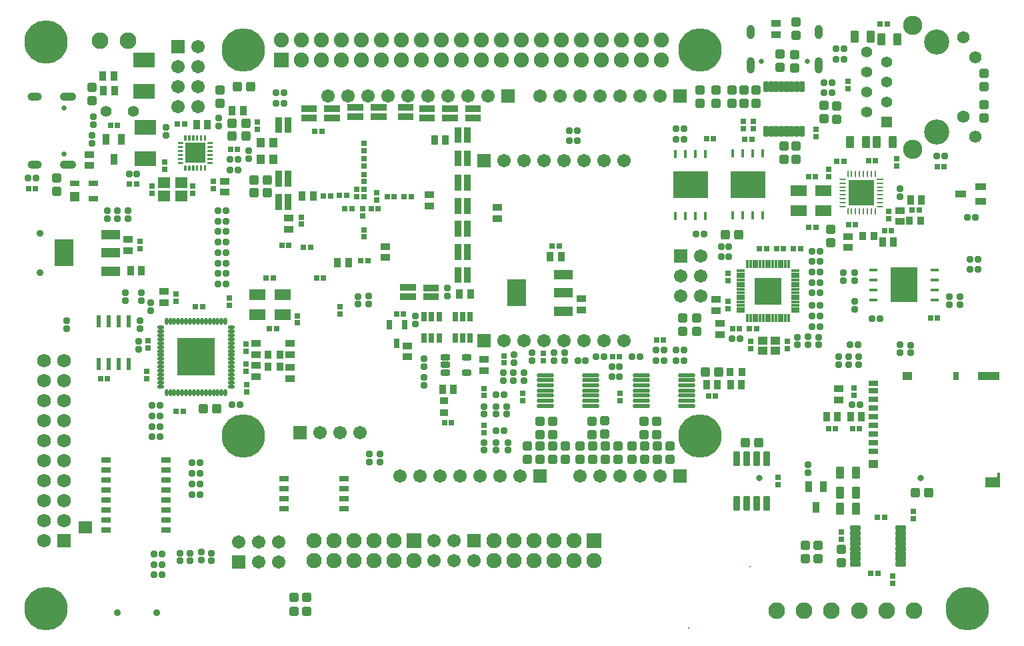
<source format=gbs>
G04*
G04 #@! TF.GenerationSoftware,Altium Limited,Altium Designer,23.11.1 (41)*
G04*
G04 Layer_Color=16711935*
%FSLAX44Y44*%
%MOMM*%
G71*
G04*
G04 #@! TF.SameCoordinates,077C3239-A6FD-4C8A-B69B-129F227AD62B*
G04*
G04*
G04 #@! TF.FilePolarity,Negative*
G04*
G01*
G75*
%ADD25R,0.8000X1.0000*%
%ADD51R,0.6000X1.5500*%
%ADD66R,0.7600X0.7600*%
%ADD67R,1.1532X0.9532*%
G04:AMPARAMS|DCode=74|XSize=0.8032mm|YSize=0.8032mm|CornerRadius=0.1616mm|HoleSize=0mm|Usage=FLASHONLY|Rotation=90.000|XOffset=0mm|YOffset=0mm|HoleType=Round|Shape=RoundedRectangle|*
%AMROUNDEDRECTD74*
21,1,0.8032,0.4800,0,0,90.0*
21,1,0.4800,0.8032,0,0,90.0*
1,1,0.3232,0.2400,0.2400*
1,1,0.3232,0.2400,-0.2400*
1,1,0.3232,-0.2400,-0.2400*
1,1,0.3232,-0.2400,0.2400*
%
%ADD74ROUNDEDRECTD74*%
%ADD75R,0.9532X1.1532*%
G04:AMPARAMS|DCode=82|XSize=0.8032mm|YSize=0.8032mm|CornerRadius=0.1616mm|HoleSize=0mm|Usage=FLASHONLY|Rotation=180.000|XOffset=0mm|YOffset=0mm|HoleType=Round|Shape=RoundedRectangle|*
%AMROUNDEDRECTD82*
21,1,0.8032,0.4800,0,0,180.0*
21,1,0.4800,0.8032,0,0,180.0*
1,1,0.3232,-0.2400,0.2400*
1,1,0.3232,0.2400,0.2400*
1,1,0.3232,0.2400,-0.2400*
1,1,0.3232,-0.2400,-0.2400*
%
%ADD82ROUNDEDRECTD82*%
%ADD83R,0.8382X1.4732*%
G04:AMPARAMS|DCode=85|XSize=1.2032mm|YSize=1.1032mm|CornerRadius=0.2141mm|HoleSize=0mm|Usage=FLASHONLY|Rotation=0.000|XOffset=0mm|YOffset=0mm|HoleType=Round|Shape=RoundedRectangle|*
%AMROUNDEDRECTD85*
21,1,1.2032,0.6750,0,0,0.0*
21,1,0.7750,1.1032,0,0,0.0*
1,1,0.4282,0.3875,-0.3375*
1,1,0.4282,-0.3875,-0.3375*
1,1,0.4282,-0.3875,0.3375*
1,1,0.4282,0.3875,0.3375*
%
%ADD85ROUNDEDRECTD85*%
%ADD87C,0.9000*%
%ADD88C,0.8032*%
%ADD89C,0.5588*%
%ADD90C,5.5032*%
%ADD91C,1.3900*%
%ADD92C,1.9032*%
%ADD93C,1.7032*%
%ADD94C,2.1032*%
%ADD95C,1.9304*%
%ADD96C,1.4032*%
%ADD97C,1.7532*%
%ADD98R,1.7032X1.7032*%
%ADD99C,1.5700*%
%ADD100R,1.7532X1.7532*%
%ADD101R,1.9032X1.9032*%
%ADD102R,1.8796X1.8796*%
%ADD103C,3.2000*%
%ADD104R,1.3900X1.3900*%
%ADD105C,2.4500*%
G04:AMPARAMS|DCode=106|XSize=1mm|YSize=1.8mm|CornerRadius=0.5mm|HoleSize=0mm|Usage=FLASHONLY|Rotation=180.000|XOffset=0mm|YOffset=0mm|HoleType=Round|Shape=RoundedRectangle|*
%AMROUNDEDRECTD106*
21,1,1.0000,0.8000,0,0,180.0*
21,1,0.0000,1.8000,0,0,180.0*
1,1,1.0000,0.0000,0.4000*
1,1,1.0000,0.0000,0.4000*
1,1,1.0000,0.0000,-0.4000*
1,1,1.0000,0.0000,-0.4000*
%
%ADD106ROUNDEDRECTD106*%
G04:AMPARAMS|DCode=107|XSize=1mm|YSize=2.1mm|CornerRadius=0.5mm|HoleSize=0mm|Usage=FLASHONLY|Rotation=180.000|XOffset=0mm|YOffset=0mm|HoleType=Round|Shape=RoundedRectangle|*
%AMROUNDEDRECTD107*
21,1,1.0000,1.1000,0,0,180.0*
21,1,0.0000,2.1000,0,0,180.0*
1,1,1.0000,0.0000,0.5500*
1,1,1.0000,0.0000,0.5500*
1,1,1.0000,0.0000,-0.5500*
1,1,1.0000,0.0000,-0.5500*
%
%ADD107ROUNDEDRECTD107*%
%ADD108C,0.6500*%
%ADD109R,1.7032X1.7032*%
%ADD110C,0.2032*%
G04:AMPARAMS|DCode=111|XSize=1mm|YSize=2.1mm|CornerRadius=0.5mm|HoleSize=0mm|Usage=FLASHONLY|Rotation=270.000|XOffset=0mm|YOffset=0mm|HoleType=Round|Shape=RoundedRectangle|*
%AMROUNDEDRECTD111*
21,1,1.0000,1.1000,0,0,270.0*
21,1,0.0000,2.1000,0,0,270.0*
1,1,1.0000,-0.5500,0.0000*
1,1,1.0000,-0.5500,0.0000*
1,1,1.0000,0.5500,0.0000*
1,1,1.0000,0.5500,0.0000*
%
%ADD111ROUNDEDRECTD111*%
G04:AMPARAMS|DCode=112|XSize=1mm|YSize=1.8mm|CornerRadius=0.5mm|HoleSize=0mm|Usage=FLASHONLY|Rotation=270.000|XOffset=0mm|YOffset=0mm|HoleType=Round|Shape=RoundedRectangle|*
%AMROUNDEDRECTD112*
21,1,1.0000,0.8000,0,0,270.0*
21,1,0.0000,1.8000,0,0,270.0*
1,1,1.0000,-0.4000,0.0000*
1,1,1.0000,-0.4000,0.0000*
1,1,1.0000,0.4000,0.0000*
1,1,1.0000,0.4000,0.0000*
%
%ADD112ROUNDEDRECTD112*%
%ADD141R,1.2700X0.7600*%
G04:AMPARAMS|DCode=147|XSize=0.8078mm|YSize=0.2393mm|CornerRadius=0.1196mm|HoleSize=0mm|Usage=FLASHONLY|Rotation=180.000|XOffset=0mm|YOffset=0mm|HoleType=Round|Shape=RoundedRectangle|*
%AMROUNDEDRECTD147*
21,1,0.8078,0.0000,0,0,180.0*
21,1,0.5686,0.2393,0,0,180.0*
1,1,0.2393,-0.2843,0.0000*
1,1,0.2393,0.2843,0.0000*
1,1,0.2393,0.2843,0.0000*
1,1,0.2393,-0.2843,0.0000*
%
%ADD147ROUNDEDRECTD147*%
G04:AMPARAMS|DCode=148|XSize=0.2393mm|YSize=0.8078mm|CornerRadius=0.1196mm|HoleSize=0mm|Usage=FLASHONLY|Rotation=180.000|XOffset=0mm|YOffset=0mm|HoleType=Round|Shape=RoundedRectangle|*
%AMROUNDEDRECTD148*
21,1,0.2393,0.5686,0,0,180.0*
21,1,0.0000,0.8078,0,0,180.0*
1,1,0.2393,0.0000,0.2843*
1,1,0.2393,0.0000,0.2843*
1,1,0.2393,0.0000,-0.2843*
1,1,0.2393,0.0000,-0.2843*
%
%ADD148ROUNDEDRECTD148*%
%ADD150R,3.2000X3.2000*%
%ADD151R,4.4000X3.5000*%
G04:AMPARAMS|DCode=152|XSize=1.0611mm|YSize=0.3925mm|CornerRadius=0.1962mm|HoleSize=0mm|Usage=FLASHONLY|Rotation=90.000|XOffset=0mm|YOffset=0mm|HoleType=Round|Shape=RoundedRectangle|*
%AMROUNDEDRECTD152*
21,1,1.0611,0.0000,0,0,90.0*
21,1,0.6686,0.3925,0,0,90.0*
1,1,0.3925,0.0000,0.3343*
1,1,0.3925,0.0000,-0.3343*
1,1,0.3925,0.0000,-0.3343*
1,1,0.3925,0.0000,0.3343*
%
%ADD152ROUNDEDRECTD152*%
%ADD153R,3.5000X4.4000*%
G04:AMPARAMS|DCode=154|XSize=1.0611mm|YSize=0.3925mm|CornerRadius=0.1962mm|HoleSize=0mm|Usage=FLASHONLY|Rotation=0.000|XOffset=0mm|YOffset=0mm|HoleType=Round|Shape=RoundedRectangle|*
%AMROUNDEDRECTD154*
21,1,1.0611,0.0000,0,0,0.0*
21,1,0.6686,0.3925,0,0,0.0*
1,1,0.3925,0.3343,0.0000*
1,1,0.3925,-0.3343,0.0000*
1,1,0.3925,-0.3343,0.0000*
1,1,0.3925,0.3343,0.0000*
%
%ADD154ROUNDEDRECTD154*%
%ADD155R,2.8000X1.0000*%
%ADD156R,1.2000X1.0000*%
%ADD160C,1.1447*%
%ADD161R,1.2000X0.7000*%
%ADD166R,1.1000X1.3000*%
%ADD167R,2.5000X2.5000*%
%ADD176R,0.3925X1.0611*%
%ADD177R,1.0611X0.3925*%
%ADD178R,0.8078X0.2393*%
%ADD179C,0.2520*%
%ADD185R,1.8000X1.6000*%
%ADD186R,0.5032X0.8532*%
%ADD187R,0.7600X0.7600*%
G04:AMPARAMS|DCode=188|XSize=0.6032mm|YSize=1.4032mm|CornerRadius=0.1516mm|HoleSize=0mm|Usage=FLASHONLY|Rotation=90.000|XOffset=0mm|YOffset=0mm|HoleType=Round|Shape=RoundedRectangle|*
%AMROUNDEDRECTD188*
21,1,0.6032,1.1000,0,0,90.0*
21,1,0.3000,1.4032,0,0,90.0*
1,1,0.3032,0.5500,0.1500*
1,1,0.3032,0.5500,-0.1500*
1,1,0.3032,-0.5500,-0.1500*
1,1,0.3032,-0.5500,0.1500*
%
%ADD188ROUNDEDRECTD188*%
G04:AMPARAMS|DCode=189|XSize=1.5032mm|YSize=1.0032mm|CornerRadius=0.2016mm|HoleSize=0mm|Usage=FLASHONLY|Rotation=90.000|XOffset=0mm|YOffset=0mm|HoleType=Round|Shape=RoundedRectangle|*
%AMROUNDEDRECTD189*
21,1,1.5032,0.6000,0,0,90.0*
21,1,1.1000,1.0032,0,0,90.0*
1,1,0.4032,0.3000,0.5500*
1,1,0.4032,0.3000,-0.5500*
1,1,0.4032,-0.3000,-0.5500*
1,1,0.4032,-0.3000,0.5500*
%
%ADD189ROUNDEDRECTD189*%
%ADD190R,0.8032X1.2032*%
G04:AMPARAMS|DCode=191|XSize=1.2532mm|YSize=0.8032mm|CornerRadius=0.2516mm|HoleSize=0mm|Usage=FLASHONLY|Rotation=180.000|XOffset=0mm|YOffset=0mm|HoleType=Round|Shape=RoundedRectangle|*
%AMROUNDEDRECTD191*
21,1,1.2532,0.3000,0,0,180.0*
21,1,0.7500,0.8032,0,0,180.0*
1,1,0.5032,-0.3750,0.1500*
1,1,0.5032,0.3750,0.1500*
1,1,0.5032,0.3750,-0.1500*
1,1,0.5032,-0.3750,-0.1500*
%
%ADD191ROUNDEDRECTD191*%
%ADD192O,2.2032X0.5532*%
G04:AMPARAMS|DCode=193|XSize=0.6032mm|YSize=1.4032mm|CornerRadius=0.1516mm|HoleSize=0mm|Usage=FLASHONLY|Rotation=180.000|XOffset=0mm|YOffset=0mm|HoleType=Round|Shape=RoundedRectangle|*
%AMROUNDEDRECTD193*
21,1,0.6032,1.1000,0,0,180.0*
21,1,0.3000,1.4032,0,0,180.0*
1,1,0.3032,-0.1500,0.5500*
1,1,0.3032,0.1500,0.5500*
1,1,0.3032,0.1500,-0.5500*
1,1,0.3032,-0.1500,-0.5500*
%
%ADD193ROUNDEDRECTD193*%
%ADD194R,1.4032X0.8532*%
%ADD195R,2.1032X1.4032*%
%ADD196R,3.4032X3.4032*%
%ADD197R,0.4032X1.0532*%
%ADD198R,1.1532X1.0032*%
G04:AMPARAMS|DCode=199|XSize=1.2032mm|YSize=1.1032mm|CornerRadius=0.2141mm|HoleSize=0mm|Usage=FLASHONLY|Rotation=270.000|XOffset=0mm|YOffset=0mm|HoleType=Round|Shape=RoundedRectangle|*
%AMROUNDEDRECTD199*
21,1,1.2032,0.6750,0,0,270.0*
21,1,0.7750,1.1032,0,0,270.0*
1,1,0.4282,-0.3375,-0.3875*
1,1,0.4282,-0.3375,0.3875*
1,1,0.4282,0.3375,0.3875*
1,1,0.4282,0.3375,-0.3875*
%
%ADD199ROUNDEDRECTD199*%
%ADD200R,0.8532X1.4032*%
%ADD201R,2.3532X1.2032*%
G04:AMPARAMS|DCode=202|XSize=0.8532mm|YSize=1.8532mm|CornerRadius=0.1504mm|HoleSize=0mm|Usage=FLASHONLY|Rotation=0.000|XOffset=0mm|YOffset=0mm|HoleType=Round|Shape=RoundedRectangle|*
%AMROUNDEDRECTD202*
21,1,0.8532,1.5525,0,0,0.0*
21,1,0.5525,1.8532,0,0,0.0*
1,1,0.3007,0.2763,-0.7763*
1,1,0.3007,-0.2763,-0.7763*
1,1,0.3007,-0.2763,0.7763*
1,1,0.3007,0.2763,0.7763*
%
%ADD202ROUNDEDRECTD202*%
%ADD203R,1.6032X1.4032*%
%ADD204R,1.2032X1.2032*%
%ADD205O,0.9532X0.4532*%
%ADD206R,4.7032X4.7032*%
%ADD207O,0.4532X0.9532*%
%ADD208R,0.8532X0.5032*%
%ADD209R,0.8432X1.1232*%
%ADD210R,2.3532X3.4532*%
%ADD211R,1.0532X0.4032*%
%ADD212R,2.7032X1.9032*%
%ADD213R,1.2032X0.8032*%
%ADD214R,1.1232X0.8432*%
G36*
X633280Y887807D02*
X633674Y887413D01*
X633887Y886898D01*
Y886620D01*
Y886341D01*
X633674Y885827D01*
X633280Y885433D01*
X632766Y885220D01*
X626987D01*
Y888020D01*
X632766D01*
X633280Y887807D01*
D02*
G37*
G36*
X632487Y893020D02*
X632766D01*
X633280Y892807D01*
X633674Y892413D01*
X633887Y891898D01*
Y891620D01*
Y891341D01*
X633674Y890827D01*
X633280Y890433D01*
X632766Y890220D01*
X626987D01*
Y893020D01*
X632487D01*
Y893020D01*
D02*
G37*
G36*
X633280Y897807D02*
X633674Y897413D01*
X633887Y896898D01*
Y896620D01*
Y896341D01*
X633674Y895827D01*
X633280Y895433D01*
X632766Y895220D01*
X626987D01*
Y898020D01*
X632766D01*
X633280Y897807D01*
D02*
G37*
G36*
X637556Y883532D02*
X637949Y883138D01*
X638162Y882624D01*
Y882345D01*
Y876845D01*
X635363D01*
Y882345D01*
Y882624D01*
X635576Y883138D01*
X635970Y883532D01*
X636484Y883745D01*
X637041D01*
X637556Y883532D01*
D02*
G37*
G36*
X642555D02*
X642949Y883138D01*
X643163Y882624D01*
Y882345D01*
X643163Y876845D01*
X640362D01*
Y882345D01*
Y882624D01*
X640576Y883138D01*
X640969Y883532D01*
X641484Y883745D01*
X642041D01*
X642555Y883532D01*
D02*
G37*
G36*
X647556D02*
X647949Y883138D01*
X648163Y882624D01*
Y882345D01*
Y876845D01*
X645362D01*
Y882345D01*
Y882624D01*
X645576Y883138D01*
X645969Y883532D01*
X646484Y883745D01*
X647041D01*
X647556Y883532D01*
D02*
G37*
G36*
X633280Y902807D02*
X633674Y902413D01*
X633887Y901898D01*
Y901620D01*
Y901341D01*
X633674Y900827D01*
X633280Y900433D01*
X632766Y900220D01*
X626987D01*
Y903020D01*
X632766D01*
X633280Y902807D01*
D02*
G37*
G36*
Y907807D02*
X633674Y907413D01*
X633887Y906898D01*
Y906620D01*
Y906341D01*
X633674Y905827D01*
X633280Y905433D01*
X632766Y905220D01*
X632487D01*
X626987Y905220D01*
Y908020D01*
X632766D01*
X633280Y907807D01*
D02*
G37*
G36*
Y912807D02*
X633674Y912413D01*
X633887Y911898D01*
Y911620D01*
Y911341D01*
X633674Y910827D01*
X633280Y910433D01*
X632766Y910220D01*
X626987D01*
Y913020D01*
X632766D01*
X633280Y912807D01*
D02*
G37*
G36*
X638162Y915895D02*
Y915617D01*
X637949Y915102D01*
X637556Y914708D01*
X637041Y914495D01*
X636484D01*
X635970Y914708D01*
X635576Y915102D01*
X635363Y915617D01*
Y915895D01*
Y921395D01*
X638162D01*
Y915895D01*
D02*
G37*
G36*
X643163D02*
X643163D01*
Y915617D01*
X642949Y915102D01*
X642555Y914708D01*
X642041Y914495D01*
X641484D01*
X640969Y914708D01*
X640576Y915102D01*
X640362Y915617D01*
Y915895D01*
Y921395D01*
X643163D01*
Y915895D01*
D02*
G37*
G36*
X648163D02*
Y915617D01*
X647949Y915102D01*
X647556Y914708D01*
X647041Y914495D01*
X646484D01*
X645969Y914708D01*
X645576Y915102D01*
X645362Y915617D01*
Y915895D01*
Y921395D01*
X648163D01*
Y915895D01*
D02*
G37*
G36*
X663163D02*
Y915617D01*
X662949Y915102D01*
X662555Y914708D01*
X662041Y914495D01*
X661484D01*
X660969Y914708D01*
X660576Y915102D01*
X660362Y915617D01*
Y915895D01*
Y921395D01*
X663163D01*
Y915895D01*
D02*
G37*
G36*
X658163D02*
Y915617D01*
X657949Y915102D01*
X657556Y914708D01*
X657041Y914495D01*
X656484D01*
X655969Y914708D01*
X655576Y915102D01*
X655362Y915617D01*
Y915895D01*
X655362Y921395D01*
X658163D01*
Y915895D01*
D02*
G37*
G36*
X653163D02*
Y915617D01*
X652949Y915102D01*
X652555Y914708D01*
X652041Y914495D01*
X651484D01*
X650969Y914708D01*
X650576Y915102D01*
X650362Y915617D01*
Y915895D01*
Y921395D01*
X653163D01*
Y915895D01*
D02*
G37*
G36*
X671537Y910220D02*
X665759D01*
X665245Y910433D01*
X664851Y910827D01*
X664638Y911341D01*
Y911620D01*
Y911898D01*
X664851Y912413D01*
X665245Y912807D01*
X665759Y913020D01*
X671537D01*
Y910220D01*
D02*
G37*
G36*
Y905220D02*
X666038D01*
Y905220D01*
X665759D01*
X665245Y905433D01*
X664851Y905827D01*
X664638Y906341D01*
Y906620D01*
Y906898D01*
X664851Y907413D01*
X665245Y907807D01*
X665759Y908020D01*
X671537D01*
Y905220D01*
D02*
G37*
G36*
Y900220D02*
X665759D01*
X665245Y900433D01*
X664851Y900827D01*
X664638Y901341D01*
Y901620D01*
Y901898D01*
X664851Y902413D01*
X665245Y902807D01*
X665759Y903020D01*
X671537D01*
Y900220D01*
D02*
G37*
G36*
Y895220D02*
X665759D01*
X665245Y895433D01*
X664851Y895827D01*
X664638Y896341D01*
Y896620D01*
Y896898D01*
X664851Y897413D01*
X665245Y897807D01*
X665759Y898020D01*
X671537D01*
Y895220D01*
D02*
G37*
G36*
Y890220D02*
X665759D01*
X665245Y890433D01*
X664851Y890827D01*
X664638Y891341D01*
Y891620D01*
Y891898D01*
X664851Y892413D01*
X665245Y892807D01*
X665759Y893020D01*
X666038D01*
X671537Y893020D01*
Y890220D01*
D02*
G37*
G36*
Y885220D02*
X665759D01*
X665245Y885433D01*
X664851Y885827D01*
X664638Y886341D01*
Y886620D01*
Y886898D01*
X664851Y887413D01*
X665245Y887807D01*
X665759Y888020D01*
X671537D01*
Y885220D01*
D02*
G37*
G36*
X662555Y883532D02*
X662949Y883138D01*
X663163Y882624D01*
Y882345D01*
Y876845D01*
X660362D01*
Y882345D01*
Y882624D01*
X660576Y883138D01*
X660969Y883532D01*
X661484Y883745D01*
X662041D01*
X662555Y883532D01*
D02*
G37*
G36*
X657556D02*
X657949Y883138D01*
X658163Y882624D01*
Y882345D01*
Y876845D01*
X655362D01*
Y882345D01*
X655362D01*
Y882624D01*
X655576Y883138D01*
X655969Y883532D01*
X656484Y883745D01*
X657041D01*
X657556Y883532D01*
D02*
G37*
G36*
X652555D02*
X652949Y883138D01*
X653163Y882624D01*
Y882345D01*
Y876845D01*
X650362D01*
Y882345D01*
Y882624D01*
X650576Y883138D01*
X650969Y883532D01*
X651484Y883745D01*
X652041D01*
X652555Y883532D01*
D02*
G37*
G36*
X1671350Y474346D02*
X1652350D01*
Y487346D01*
X1666350D01*
X1667850Y488846D01*
Y492846D01*
X1671350D01*
Y474346D01*
D02*
G37*
D25*
X1615850Y615846D02*
D03*
D51*
X527050Y684860D02*
D03*
X539750D02*
D03*
X552450D02*
D03*
X565150D02*
D03*
X552450Y630860D02*
D03*
X527050D02*
D03*
X539750D02*
D03*
X565150D02*
D03*
D66*
X1470000Y417600D02*
D03*
Y408400D02*
D03*
X1540000Y891600D02*
D03*
Y882400D02*
D03*
X1453725Y869139D02*
D03*
Y878339D02*
D03*
X728000Y938600D02*
D03*
Y929400D02*
D03*
X864000Y862730D02*
D03*
Y871930D02*
D03*
Y843400D02*
D03*
Y852600D02*
D03*
X854000Y843400D02*
D03*
Y852600D02*
D03*
X861963Y819360D02*
D03*
Y828560D02*
D03*
X1065324Y584600D02*
D03*
X1188720Y584680D02*
D03*
X1478280Y990120D02*
D03*
X1437640Y929160D02*
D03*
X1357652Y939320D02*
D03*
X1345473D02*
D03*
X1530350Y825020D02*
D03*
X880000Y839400D02*
D03*
X1485900Y600776D02*
D03*
X1401587Y659920D02*
D03*
X1354370Y650720D02*
D03*
X1561000Y443600D02*
D03*
X1535000Y352400D02*
D03*
X1389380Y478000D02*
D03*
X1325880Y737080D02*
D03*
Y701520D02*
D03*
X864000Y902400D02*
D03*
Y891600D02*
D03*
Y801600D02*
D03*
X784000Y808480D02*
D03*
X610870Y878050D02*
D03*
X672467Y853534D02*
D03*
X646430Y856770D02*
D03*
X594795Y847570D02*
D03*
X579000Y786600D02*
D03*
X833000Y704200D02*
D03*
X779331Y683177D02*
D03*
X693000Y714600D02*
D03*
X714000Y647400D02*
D03*
Y622000D02*
D03*
X715000Y595800D02*
D03*
X625000Y719600D02*
D03*
X589000Y660600D02*
D03*
X588000Y612400D02*
D03*
X1485900Y591576D02*
D03*
X1530350Y815820D02*
D03*
X1478280Y980920D02*
D03*
X693000Y705400D02*
D03*
X589000Y651400D02*
D03*
X715000Y605000D02*
D03*
X588000Y621600D02*
D03*
X1016000Y544196D02*
D03*
X784000Y817679D02*
D03*
X880000Y848600D02*
D03*
X1016000Y590945D02*
D03*
X1091578Y635480D02*
D03*
X1041400Y641585D02*
D03*
X625000Y710400D02*
D03*
X864000Y792400D02*
D03*
Y911600D02*
D03*
Y882400D02*
D03*
X1389380Y487200D02*
D03*
X1325880Y710720D02*
D03*
Y746280D02*
D03*
X1016000Y553396D02*
D03*
X1091578Y644680D02*
D03*
X1016000Y600144D02*
D03*
X1041400Y632385D02*
D03*
X779331Y692377D02*
D03*
X1401587Y650720D02*
D03*
X1354370Y659920D02*
D03*
X833000Y695000D02*
D03*
X1345473Y930120D02*
D03*
X1357652D02*
D03*
X1437640Y919960D02*
D03*
X579000Y777400D02*
D03*
X1561000Y434400D02*
D03*
X1535000Y361600D02*
D03*
X1065324Y593800D02*
D03*
X1188720Y593880D02*
D03*
X714000Y656600D02*
D03*
Y631200D02*
D03*
X646430Y847570D02*
D03*
X594795Y856770D02*
D03*
X610870Y887250D02*
D03*
X672467Y862735D02*
D03*
D67*
X1016000Y636920D02*
D03*
X919000Y640000D02*
D03*
X1386840Y1049640D02*
D03*
X1544320Y826150D02*
D03*
X947000Y846000D02*
D03*
X1033000Y830000D02*
D03*
X1478280Y779130D02*
D03*
X1466850Y599578D02*
D03*
X890730Y766290D02*
D03*
X1310640Y699120D02*
D03*
X1315720Y668640D02*
D03*
X1140000Y714000D02*
D03*
X768000Y802482D02*
D03*
X514682Y883270D02*
D03*
X686816Y849488D02*
D03*
X564000Y789000D02*
D03*
X769620Y657240D02*
D03*
X726440Y615300D02*
D03*
Y643240D02*
D03*
X769620Y612760D02*
D03*
X610000Y723000D02*
D03*
X1466850Y585578D02*
D03*
X1544320Y812150D02*
D03*
X947000Y832000D02*
D03*
X1478280Y793130D02*
D03*
X768000Y816481D02*
D03*
X1033000Y816000D02*
D03*
X769620Y626760D02*
D03*
Y643240D02*
D03*
X1140000Y700000D02*
D03*
X1310640Y713120D02*
D03*
X890730Y780290D02*
D03*
X919000Y654000D02*
D03*
X1315720Y682640D02*
D03*
X1386840Y1063640D02*
D03*
X564000Y775000D02*
D03*
X1016000Y622920D02*
D03*
X610000Y709000D02*
D03*
X726440Y657240D02*
D03*
Y629300D02*
D03*
X686816Y863488D02*
D03*
X514682Y897270D02*
D03*
D74*
X1633000Y751000D02*
D03*
X1643000D02*
D03*
X1124590Y927689D02*
D03*
X1134590D02*
D03*
Y914400D02*
D03*
X1124590D02*
D03*
X1178165Y627968D02*
D03*
X1158320Y640080D02*
D03*
X1269920Y635351D02*
D03*
Y648639D02*
D03*
X1473120Y1017952D02*
D03*
X1601000Y895000D02*
D03*
X703500Y877392D02*
D03*
X565230Y872364D02*
D03*
X447000Y867000D02*
D03*
X1643000Y764000D02*
D03*
X1633000D02*
D03*
X1640000Y817000D02*
D03*
X1630000D02*
D03*
X688345Y732766D02*
D03*
X678345D02*
D03*
Y746055D02*
D03*
X688345D02*
D03*
X678345Y759343D02*
D03*
X688345D02*
D03*
X678345Y772632D02*
D03*
X688345D02*
D03*
X678505Y785920D02*
D03*
X688505D02*
D03*
X678345Y799209D02*
D03*
X688345D02*
D03*
X678345Y812497D02*
D03*
X688345D02*
D03*
X678345Y825786D02*
D03*
X688345D02*
D03*
X604440Y578399D02*
D03*
X594440D02*
D03*
X604440Y565110D02*
D03*
X594440D02*
D03*
X604440Y551768D02*
D03*
X594440D02*
D03*
X604440Y538480D02*
D03*
X594440D02*
D03*
X655320Y505460D02*
D03*
X645320D02*
D03*
X655240Y492172D02*
D03*
X645240D02*
D03*
X655320Y478883D02*
D03*
X645320D02*
D03*
X655240Y464820D02*
D03*
X645240D02*
D03*
X607060Y363220D02*
D03*
X597060D02*
D03*
X606980Y376508D02*
D03*
X596980D02*
D03*
X606980Y389797D02*
D03*
X596980D02*
D03*
X1490900Y656035D02*
D03*
X1480900D02*
D03*
X1493440Y579120D02*
D03*
X1483440D02*
D03*
X1591000Y895000D02*
D03*
X1168320Y640080D02*
D03*
X1442640Y761226D02*
D03*
X1432640D02*
D03*
X703500Y890680D02*
D03*
X693500D02*
D03*
X1518840Y688366D02*
D03*
X1442640Y692057D02*
D03*
X1285320Y796306D02*
D03*
X1259920Y929640D02*
D03*
Y916234D02*
D03*
X751920Y962072D02*
D03*
X1331040Y662906D02*
D03*
X1031320Y546810D02*
D03*
X1234520Y648639D02*
D03*
X1031320Y592530D02*
D03*
X1442640Y678768D02*
D03*
X1259920Y648639D02*
D03*
X1204040Y640351D02*
D03*
X1508840Y688366D02*
D03*
X1341040Y662906D02*
D03*
X761920Y975360D02*
D03*
X751920D02*
D03*
X761920Y962072D02*
D03*
X1317070Y780368D02*
D03*
X1327070D02*
D03*
X1442640Y774514D02*
D03*
X1432640D02*
D03*
X1317150Y767080D02*
D03*
X1327150D02*
D03*
X1442640Y747937D02*
D03*
X1432640D02*
D03*
X1442560Y734649D02*
D03*
X1432560D02*
D03*
X1269920Y916234D02*
D03*
X1442560Y721360D02*
D03*
X1432560D02*
D03*
X1442640Y705346D02*
D03*
X1432640D02*
D03*
X1269920Y929640D02*
D03*
X1432640Y692057D02*
D03*
X1295320Y796306D02*
D03*
X1432640Y678768D02*
D03*
X1473120Y1031240D02*
D03*
X1463120D02*
D03*
Y1017952D02*
D03*
X1447880Y975360D02*
D03*
X1457880D02*
D03*
X1447880Y988649D02*
D03*
X1457880D02*
D03*
X1244520Y648639D02*
D03*
X1234600Y635351D02*
D03*
X1244600D02*
D03*
X1259920D02*
D03*
X1214040Y640351D02*
D03*
X1145031Y635472D02*
D03*
X1135032D02*
D03*
X1178165Y614680D02*
D03*
X1188165D02*
D03*
Y627968D02*
D03*
X1041320Y546810D02*
D03*
Y592530D02*
D03*
X696040Y579120D02*
D03*
X706040D02*
D03*
X575230Y872364D02*
D03*
X693500Y877392D02*
D03*
X437000Y867000D02*
D03*
D75*
X798958Y844836D02*
D03*
X784958D02*
D03*
X977280Y598869D02*
D03*
X1312645Y604496D02*
D03*
X1557640Y839470D02*
D03*
X967120Y915670D02*
D03*
X1536080Y785760D02*
D03*
X1343040Y604496D02*
D03*
X1481440Y563880D02*
D03*
X1450960D02*
D03*
X1114000Y767000D02*
D03*
X998870Y719563D02*
D03*
X710100Y953180D02*
D03*
X664860Y934720D02*
D03*
X532100Y996950D02*
D03*
X532750Y977900D02*
D03*
X829921Y760000D02*
D03*
X581000Y750000D02*
D03*
X1571640Y839470D02*
D03*
X1522080Y785760D02*
D03*
X1100000Y767000D02*
D03*
X843921Y760000D02*
D03*
X984870Y719563D02*
D03*
X1464960Y563880D02*
D03*
X1495440D02*
D03*
X953120Y915670D02*
D03*
X567000Y750000D02*
D03*
X1329040Y604496D02*
D03*
X1298645Y604496D02*
D03*
X963280Y598869D02*
D03*
X696100Y953180D02*
D03*
X650860Y934720D02*
D03*
X546100Y996950D02*
D03*
X546750Y977900D02*
D03*
D82*
X593000Y699000D02*
D03*
Y709000D02*
D03*
X929000Y692000D02*
D03*
Y682000D02*
D03*
X940000Y604000D02*
D03*
X1031240Y521490D02*
D03*
X1016000D02*
D03*
X1031240Y567210D02*
D03*
X1016000Y567290D02*
D03*
X1053512Y609680D02*
D03*
X1040223D02*
D03*
X1118188Y635472D02*
D03*
X1076960D02*
D03*
X1544320Y843360D02*
D03*
X1427480Y502840D02*
D03*
X716788Y901907D02*
D03*
X520000Y945000D02*
D03*
X486000Y676000D02*
D03*
Y686000D02*
D03*
X560796Y721608D02*
D03*
X560796Y711608D02*
D03*
X580810Y711280D02*
D03*
Y721280D02*
D03*
X550592Y825565D02*
D03*
Y815565D02*
D03*
X563880Y825420D02*
D03*
Y815420D02*
D03*
X537303Y825565D02*
D03*
Y815565D02*
D03*
X969556Y717630D02*
D03*
Y727630D02*
D03*
X884000Y517000D02*
D03*
Y507000D02*
D03*
X870000Y517000D02*
D03*
Y507000D02*
D03*
X579120Y675720D02*
D03*
Y685720D02*
D03*
X1466850Y640000D02*
D03*
Y630000D02*
D03*
X1479550Y640000D02*
D03*
Y630000D02*
D03*
X1492250Y640000D02*
D03*
Y630000D02*
D03*
X1544320Y655240D02*
D03*
Y645240D02*
D03*
X1558290Y645160D02*
D03*
Y655160D02*
D03*
X1544320Y853360D02*
D03*
X630000Y391000D02*
D03*
Y381000D02*
D03*
X643000Y391000D02*
D03*
Y381000D02*
D03*
X657000Y392000D02*
D03*
Y382000D02*
D03*
X670000Y381000D02*
D03*
Y391000D02*
D03*
X1487186Y710263D02*
D03*
Y700263D02*
D03*
X716788Y891907D02*
D03*
X1016000Y531490D02*
D03*
X1487170Y746680D02*
D03*
X1016000Y577290D02*
D03*
X1104900Y635472D02*
D03*
X869259Y717062D02*
D03*
X855971Y716982D02*
D03*
X1054134Y642969D02*
D03*
X1607114Y706200D02*
D03*
X1472635Y746765D02*
D03*
X1414321Y655320D02*
D03*
X1076960Y645472D02*
D03*
X1620520Y706200D02*
D03*
X1440898Y655320D02*
D03*
X1040223Y619680D02*
D03*
X1427609Y655480D02*
D03*
X940000Y614000D02*
D03*
X1427480Y492840D02*
D03*
X855971Y706982D02*
D03*
X869259Y707062D02*
D03*
X1472635Y736765D02*
D03*
X1487170Y736680D02*
D03*
X1620520Y716200D02*
D03*
X1607114D02*
D03*
X1414321Y665320D02*
D03*
X1440898D02*
D03*
X1427609Y665480D02*
D03*
X1118188Y645472D02*
D03*
X1104900D02*
D03*
X1066800Y619680D02*
D03*
Y609680D02*
D03*
X1054134Y632969D02*
D03*
X1031240Y577210D02*
D03*
X1053512Y619680D02*
D03*
X1044529Y567210D02*
D03*
Y577210D02*
D03*
X1031240Y531490D02*
D03*
X1046480Y521490D02*
D03*
Y531490D02*
D03*
X940000Y638000D02*
D03*
Y628000D02*
D03*
X577810Y650105D02*
D03*
Y660105D02*
D03*
X679450Y933610D02*
D03*
Y943610D02*
D03*
X612024Y921869D02*
D03*
Y931869D02*
D03*
X520000Y935000D02*
D03*
X517821Y911174D02*
D03*
Y921173D02*
D03*
D83*
X514119Y424000D02*
D03*
X505881D02*
D03*
D85*
X1087200Y558679D02*
D03*
X1103219D02*
D03*
X1153240D02*
D03*
X1169258Y558800D02*
D03*
X1219200Y558679D02*
D03*
X1235219D02*
D03*
X1463819Y958460D02*
D03*
X1412240Y1048140D02*
D03*
X1410415Y1024040D02*
D03*
X1391920Y1024500D02*
D03*
X1330960Y961780D02*
D03*
X680832Y978780D02*
D03*
X518000Y982500D02*
D03*
X473710Y850020D02*
D03*
X1268000Y689500D02*
D03*
Y672500D02*
D03*
X1651000Y960500D02*
D03*
Y943500D02*
D03*
Y1000500D02*
D03*
Y983500D02*
D03*
X1456690Y802250D02*
D03*
Y785250D02*
D03*
X1286000Y689500D02*
D03*
Y672500D02*
D03*
X680832Y961780D02*
D03*
X1138000Y526660D02*
D03*
X1203960D02*
D03*
X1119237D02*
D03*
X1186056D02*
D03*
X774700Y317382D02*
D03*
X1424161Y383930D02*
D03*
X791090Y317382D02*
D03*
X1470000Y378500D02*
D03*
X1440180Y383930D02*
D03*
X1252016Y526660D02*
D03*
X1087200D02*
D03*
X1440180Y400930D02*
D03*
X1290320Y978780D02*
D03*
Y961780D02*
D03*
X1447800Y959731D02*
D03*
Y942730D02*
D03*
X1463819Y941460D02*
D03*
X1361440Y978780D02*
D03*
Y961780D02*
D03*
X1412240Y1065140D02*
D03*
X1310640Y961780D02*
D03*
Y978780D02*
D03*
X1410415Y1007040D02*
D03*
X1397000Y890660D02*
D03*
Y907660D02*
D03*
X1391920Y1007500D02*
D03*
X1330960Y978780D02*
D03*
X1412240Y890660D02*
D03*
Y907660D02*
D03*
X1346200Y978780D02*
D03*
Y961780D02*
D03*
X1235219Y541679D02*
D03*
X1219200D02*
D03*
X1219979Y509660D02*
D03*
Y526660D02*
D03*
X1235997Y509660D02*
D03*
Y526660D02*
D03*
X1203960Y509660D02*
D03*
X1252016D02*
D03*
X1470000Y395500D02*
D03*
X1087200Y541679D02*
D03*
X1103219D02*
D03*
X1169258Y541800D02*
D03*
X1153240Y541679D02*
D03*
X1087200Y509660D02*
D03*
X1103219D02*
D03*
Y526660D02*
D03*
X1170037Y509660D02*
D03*
Y526660D02*
D03*
X1154018Y509660D02*
D03*
Y526660D02*
D03*
X1138000Y509660D02*
D03*
X1186056D02*
D03*
X1071181D02*
D03*
Y526660D02*
D03*
X1119237Y509660D02*
D03*
X791090Y334382D02*
D03*
X1424161Y400930D02*
D03*
X774700Y334382D02*
D03*
X518000Y965500D02*
D03*
X473710Y867020D02*
D03*
D87*
X452000Y747000D02*
D03*
Y797000D02*
D03*
X600000Y315000D02*
D03*
X550000D02*
D03*
D88*
X1570501Y486002D02*
D03*
X1366000D02*
D03*
D89*
X1290000Y519119D02*
D03*
X1275235Y525235D02*
D03*
X1269119Y540000D02*
D03*
X1275235Y554765D02*
D03*
X1290000Y560881D02*
D03*
X1304765Y554765D02*
D03*
X1310881Y540000D02*
D03*
X1304765Y525235D02*
D03*
X724765D02*
D03*
X730881Y540000D02*
D03*
X724765Y554765D02*
D03*
X710000Y560881D02*
D03*
X695235Y554765D02*
D03*
X689119Y540000D02*
D03*
X695235Y525235D02*
D03*
X710000Y519119D02*
D03*
Y1009119D02*
D03*
X695235Y1015235D02*
D03*
X689119Y1030000D02*
D03*
X695235Y1044765D02*
D03*
X710000Y1050881D02*
D03*
X724765Y1044765D02*
D03*
X730881Y1030000D02*
D03*
X724765Y1015235D02*
D03*
X1304765D02*
D03*
X1310881Y1030000D02*
D03*
X1304765Y1044765D02*
D03*
X1290000Y1050881D02*
D03*
X1275235Y1044765D02*
D03*
X1269119Y1030000D02*
D03*
X1275235Y1015235D02*
D03*
X1290000Y1009119D02*
D03*
X460000Y299119D02*
D03*
X445235Y305235D02*
D03*
X439119Y320000D02*
D03*
X445235Y334765D02*
D03*
X460000Y340881D02*
D03*
X474765Y334765D02*
D03*
X480881Y320000D02*
D03*
X474765Y305235D02*
D03*
X1644765D02*
D03*
X1650881Y320000D02*
D03*
X1644765Y334765D02*
D03*
X1630000Y340881D02*
D03*
X1615235Y334765D02*
D03*
X1609119Y320000D02*
D03*
X1615235Y305235D02*
D03*
X1630000Y299119D02*
D03*
X460000Y1019119D02*
D03*
X445235Y1025235D02*
D03*
X439119Y1040000D02*
D03*
X445235Y1054765D02*
D03*
X460000Y1060881D02*
D03*
X474765Y1054765D02*
D03*
X480881Y1040000D02*
D03*
X474765Y1025235D02*
D03*
D90*
X1290000Y540000D02*
D03*
X710000D02*
D03*
Y1030000D02*
D03*
X1290000D02*
D03*
X460000Y320000D02*
D03*
X1630000D02*
D03*
X460000Y1040000D02*
D03*
D91*
X1502300Y1027300D02*
D03*
X1527700Y963800D02*
D03*
Y989200D02*
D03*
Y1014600D02*
D03*
X1502300Y951100D02*
D03*
Y976500D02*
D03*
Y1001900D02*
D03*
D92*
X1114300Y1042700D02*
D03*
X1165100D02*
D03*
X987300D02*
D03*
X1063500Y1017300D02*
D03*
X1241300D02*
D03*
X911100Y1042700D02*
D03*
X860300Y1017300D02*
D03*
X809500Y1042700D02*
D03*
X961900Y1017300D02*
D03*
X1241300Y1042700D02*
D03*
X1215900D02*
D03*
Y1017300D02*
D03*
X1190500Y1042700D02*
D03*
Y1017300D02*
D03*
X1165100D02*
D03*
X1139700Y1042700D02*
D03*
Y1017300D02*
D03*
X1114300D02*
D03*
X1088900Y1042700D02*
D03*
Y1017300D02*
D03*
X1063500Y1042700D02*
D03*
X1038100D02*
D03*
Y1017300D02*
D03*
X1012700Y1042700D02*
D03*
Y1017300D02*
D03*
X987300D02*
D03*
X961900Y1042700D02*
D03*
X936500D02*
D03*
Y1017300D02*
D03*
X911100D02*
D03*
X885700Y1042700D02*
D03*
Y1017300D02*
D03*
X860300Y1042700D02*
D03*
X834900D02*
D03*
Y1017300D02*
D03*
X809500D02*
D03*
X784100Y1042700D02*
D03*
Y1017300D02*
D03*
X758700Y1042700D02*
D03*
D93*
X1193800Y889000D02*
D03*
X893760Y971800D02*
D03*
X1291400Y717300D02*
D03*
X1193800Y660400D02*
D03*
X1061400Y489200D02*
D03*
X1036000D02*
D03*
X858520Y543560D02*
D03*
X755650Y405130D02*
D03*
X652780Y1033780D02*
D03*
X755650Y379730D02*
D03*
X652780Y1008380D02*
D03*
X959800Y489200D02*
D03*
X652780Y982980D02*
D03*
X1168400Y660400D02*
D03*
X985200Y489200D02*
D03*
X934400D02*
D03*
X1291400Y768100D02*
D03*
X704850Y405130D02*
D03*
X730250Y379730D02*
D03*
X652780Y957580D02*
D03*
X730250Y405130D02*
D03*
X995360Y971800D02*
D03*
X817560D02*
D03*
X842960D02*
D03*
X868360D02*
D03*
X919160D02*
D03*
X944560D02*
D03*
X969960D02*
D03*
X1020760D02*
D03*
X1239200Y489200D02*
D03*
X1213800D02*
D03*
X1188400D02*
D03*
X1163000D02*
D03*
X1137600D02*
D03*
X1266000Y717300D02*
D03*
X1291400Y742700D02*
D03*
X1266000D02*
D03*
X627380Y957580D02*
D03*
Y982980D02*
D03*
Y1008380D02*
D03*
X1168400Y889000D02*
D03*
X1143000D02*
D03*
X1117600D02*
D03*
X1092200D02*
D03*
X1066800D02*
D03*
X1041400D02*
D03*
X952500Y381000D02*
D03*
X977900D02*
D03*
X1003300D02*
D03*
X952500Y406400D02*
D03*
X977900D02*
D03*
X833120Y543560D02*
D03*
X807720D02*
D03*
X909000Y489200D02*
D03*
X1010600D02*
D03*
X1086800Y971800D02*
D03*
X1112200D02*
D03*
X1137600D02*
D03*
X1163000D02*
D03*
X1188400D02*
D03*
X1213800D02*
D03*
X1239200D02*
D03*
X1041400Y660400D02*
D03*
X1066800D02*
D03*
X1092200D02*
D03*
X1117600D02*
D03*
X1143000D02*
D03*
D94*
X1492400Y317500D02*
D03*
X1387400D02*
D03*
X528600Y1041400D02*
D03*
X1422400Y317500D02*
D03*
X1457400D02*
D03*
X563600Y1041400D02*
D03*
X1562400Y317500D02*
D03*
X1527400D02*
D03*
D95*
X1054100Y406400D02*
D03*
Y381000D02*
D03*
X825500Y406400D02*
D03*
Y381000D02*
D03*
X1028700D02*
D03*
Y406400D02*
D03*
X800100Y381000D02*
D03*
Y406400D02*
D03*
X850900Y381000D02*
D03*
X876300D02*
D03*
X901700D02*
D03*
X927100D02*
D03*
X850900Y406400D02*
D03*
X876300D02*
D03*
X901700D02*
D03*
X1130300D02*
D03*
X1104900D02*
D03*
X1079500D02*
D03*
X1155700Y381000D02*
D03*
X1130300D02*
D03*
X1104900D02*
D03*
X1079500D02*
D03*
D96*
X535738Y952246D02*
D03*
X570738D02*
D03*
D97*
X457200Y635000D02*
D03*
Y609600D02*
D03*
Y584200D02*
D03*
Y533400D02*
D03*
Y558800D02*
D03*
Y508000D02*
D03*
Y482600D02*
D03*
Y457200D02*
D03*
Y431800D02*
D03*
X482600Y457200D02*
D03*
Y558800D02*
D03*
Y584200D02*
D03*
Y482600D02*
D03*
Y431800D02*
D03*
Y533400D02*
D03*
Y508000D02*
D03*
Y635000D02*
D03*
Y609600D02*
D03*
X457200Y406400D02*
D03*
D98*
X782320Y543560D02*
D03*
X704850Y379730D02*
D03*
X1046160Y971800D02*
D03*
X1264600Y489200D02*
D03*
X1016000Y889000D02*
D03*
X1003300Y406400D02*
D03*
X1086800Y489200D02*
D03*
X1264600Y971800D02*
D03*
X1016000Y660400D02*
D03*
D99*
X1640200Y919600D02*
D03*
X1625000Y1046100D02*
D03*
Y945000D02*
D03*
X1640200Y1020700D02*
D03*
D100*
X482600Y406400D02*
D03*
D101*
X758700Y1017300D02*
D03*
D102*
X927100Y406400D02*
D03*
X1155700D02*
D03*
D103*
X1591200Y1040000D02*
D03*
Y925700D02*
D03*
D104*
X1527700Y938400D02*
D03*
D105*
X1560700Y1061600D02*
D03*
Y904100D02*
D03*
D106*
X1440700Y1052550D02*
D03*
X1354300D02*
D03*
D107*
X1440700Y1010750D02*
D03*
X1354300D02*
D03*
D108*
X1426400Y1015750D02*
D03*
X1368600D02*
D03*
X482350Y898200D02*
D03*
Y956000D02*
D03*
D109*
X1266000Y768100D02*
D03*
X627380Y1033780D02*
D03*
D110*
X1353913Y373566D02*
D03*
X1276131Y295784D02*
D03*
D111*
X487350Y883900D02*
D03*
Y970300D02*
D03*
D112*
X445550Y883900D02*
D03*
Y970300D02*
D03*
D141*
X838200Y485140D02*
D03*
Y472440D02*
D03*
Y459740D02*
D03*
Y447040D02*
D03*
X762000Y472440D02*
D03*
Y485140D02*
D03*
Y459740D02*
D03*
Y447040D02*
D03*
X535940Y496570D02*
D03*
Y433070D02*
D03*
Y483870D02*
D03*
Y458470D02*
D03*
Y471170D02*
D03*
Y445770D02*
D03*
Y509270D02*
D03*
Y420370D02*
D03*
X612140Y509270D02*
D03*
Y496570D02*
D03*
Y483870D02*
D03*
Y471170D02*
D03*
Y458470D02*
D03*
Y445770D02*
D03*
Y433070D02*
D03*
Y420370D02*
D03*
D147*
X1519191Y850860D02*
D03*
Y830860D02*
D03*
X1471688Y865860D02*
D03*
Y855860D02*
D03*
Y835860D02*
D03*
X1519191Y845860D02*
D03*
X1471688Y860860D02*
D03*
X1519191Y855860D02*
D03*
X1471688Y840860D02*
D03*
X1519191Y860860D02*
D03*
Y840860D02*
D03*
Y835860D02*
D03*
X1471688Y830860D02*
D03*
Y845860D02*
D03*
Y850860D02*
D03*
D148*
X1497940Y872112D02*
D03*
X1492940Y824608D02*
D03*
X1482940Y872112D02*
D03*
X1477940D02*
D03*
X1502940D02*
D03*
X1487940D02*
D03*
X1492940D02*
D03*
X1507940D02*
D03*
X1512940Y824608D02*
D03*
X1507940D02*
D03*
X1502940D02*
D03*
X1497940D02*
D03*
X1487940D02*
D03*
X1482940D02*
D03*
X1477940D02*
D03*
X1512940Y872112D02*
D03*
D150*
X1495440Y848360D02*
D03*
D151*
X1351280Y858979D02*
D03*
X1278261Y858520D02*
D03*
D152*
X1332230Y819724D02*
D03*
X1259212Y819265D02*
D03*
X1284612Y897775D02*
D03*
X1271911D02*
D03*
X1259212D02*
D03*
X1271911Y819265D02*
D03*
X1284612D02*
D03*
X1297312Y897775D02*
D03*
X1370330Y898234D02*
D03*
X1357630D02*
D03*
X1344930D02*
D03*
X1332230D02*
D03*
X1344930Y819724D02*
D03*
X1357630D02*
D03*
D153*
X1549400Y731520D02*
D03*
D154*
X1510145Y750570D02*
D03*
Y737870D02*
D03*
Y725170D02*
D03*
X1588655D02*
D03*
Y737870D02*
D03*
Y750570D02*
D03*
Y712470D02*
D03*
D155*
X1657350Y615846D02*
D03*
D156*
X1553850D02*
D03*
X1510850Y504346D02*
D03*
D160*
X1664991Y480706D02*
D03*
D161*
X1510850Y574846D02*
D03*
Y606346D02*
D03*
Y552846D02*
D03*
Y519846D02*
D03*
Y530846D02*
D03*
Y541846D02*
D03*
Y563846D02*
D03*
Y585846D02*
D03*
Y596846D02*
D03*
D166*
X748660Y891200D02*
D03*
X732160D02*
D03*
Y912200D02*
D03*
X748660D02*
D03*
D167*
X649262Y899120D02*
D03*
D176*
X1297312Y819265D02*
D03*
X1370330Y819724D02*
D03*
D177*
X1510145Y712470D02*
D03*
D178*
X1519191Y865860D02*
D03*
D179*
X668087Y906620D02*
D03*
X630438Y886620D02*
D03*
Y891620D02*
D03*
Y896620D02*
D03*
X628387Y901620D02*
D03*
Y906620D02*
D03*
Y911620D02*
D03*
X668087D02*
D03*
Y901620D02*
D03*
X668231Y896620D02*
D03*
Y891620D02*
D03*
Y886620D02*
D03*
X636763Y917945D02*
D03*
X641762D02*
D03*
X646762D02*
D03*
X651762Y919995D02*
D03*
X656762D02*
D03*
X661762D02*
D03*
Y880295D02*
D03*
X656762D02*
D03*
X651762D02*
D03*
X646762Y880152D02*
D03*
X641762D02*
D03*
X636763D02*
D03*
D185*
X510000Y424000D02*
D03*
D186*
X970359Y943540D02*
D03*
X975359D02*
D03*
X980359D02*
D03*
X965359Y943540D02*
D03*
X965359Y955040D02*
D03*
X970359D02*
D03*
X975359D02*
D03*
X980359D02*
D03*
X801389D02*
D03*
X796389D02*
D03*
X791389D02*
D03*
X786389D02*
D03*
X791389Y943540D02*
D03*
X786389D02*
D03*
X801389D02*
D03*
X796389D02*
D03*
X815677Y955040D02*
D03*
X820677D02*
D03*
X825677Y955040D02*
D03*
X830677D02*
D03*
X815677Y943540D02*
D03*
X820677D02*
D03*
X825677D02*
D03*
X830677D02*
D03*
X860000Y956655D02*
D03*
X855000D02*
D03*
X850000D02*
D03*
X845000D02*
D03*
X855000Y945155D02*
D03*
X850000D02*
D03*
X845000D02*
D03*
X860000Y945155D02*
D03*
X889469Y956655D02*
D03*
X884469D02*
D03*
X879469D02*
D03*
X874469D02*
D03*
X884469Y945155D02*
D03*
X879469D02*
D03*
X874469D02*
D03*
X889469D02*
D03*
X924049D02*
D03*
X909049D02*
D03*
X914049D02*
D03*
X919049D02*
D03*
X909049Y956655D02*
D03*
X914049D02*
D03*
X919049Y956655D02*
D03*
X924049D02*
D03*
X951070Y955040D02*
D03*
X946070D02*
D03*
X941070D02*
D03*
X936070D02*
D03*
X941070Y943540D02*
D03*
X946070D02*
D03*
X951070D02*
D03*
X936070D02*
D03*
X1009647Y955040D02*
D03*
X1004647D02*
D03*
X999647Y955040D02*
D03*
X994647D02*
D03*
X1004647Y943540D02*
D03*
X1009647Y943540D02*
D03*
X994647Y943540D02*
D03*
X999647D02*
D03*
X946230Y727710D02*
D03*
X951230D02*
D03*
X941230Y716210D02*
D03*
X946230D02*
D03*
X951230Y716210D02*
D03*
X956230Y716210D02*
D03*
Y727710D02*
D03*
X941230D02*
D03*
X911942Y717008D02*
D03*
X916941D02*
D03*
X921942D02*
D03*
X926942D02*
D03*
X911942Y728508D02*
D03*
X926942Y728508D02*
D03*
X921942D02*
D03*
X916941D02*
D03*
D187*
X1473085Y888590D02*
D03*
X1463885D02*
D03*
X904720Y694249D02*
D03*
X913920Y694249D02*
D03*
X1310160Y590147D02*
D03*
X1518800Y1063000D02*
D03*
X1600600Y882000D02*
D03*
X1504160Y889000D02*
D03*
X1347160Y916138D02*
D03*
X1559560Y826770D02*
D03*
X1533680Y800108D02*
D03*
X1437160Y869188D02*
D03*
X1487960Y807720D02*
D03*
X1428440Y804893D02*
D03*
X1307620Y916940D02*
D03*
X892901Y844000D02*
D03*
X923424D02*
D03*
X786400Y779000D02*
D03*
X872514Y828195D02*
D03*
X1417843Y777240D02*
D03*
X1582900Y689610D02*
D03*
X1387320Y777240D02*
D03*
X1365974D02*
D03*
X1353030Y675640D02*
D03*
X1483840Y548640D02*
D03*
X1453360D02*
D03*
X1111600Y781000D02*
D03*
X868600Y762000D02*
D03*
X1331440Y675640D02*
D03*
X974880Y556580D02*
D03*
X801322Y926869D02*
D03*
X820985Y844564D02*
D03*
X703100Y903413D02*
D03*
X848600Y828000D02*
D03*
X841600Y845000D02*
D03*
X768340Y781590D02*
D03*
X626370Y935990D02*
D03*
X446600Y854000D02*
D03*
X565630Y859631D02*
D03*
X812320Y740410D02*
D03*
X748600Y740000D02*
D03*
X658600Y704000D02*
D03*
X743400Y675704D02*
D03*
X538000Y612140D02*
D03*
X634200Y571000D02*
D03*
X437400Y854000D02*
D03*
X1478760Y807720D02*
D03*
X1568760Y826770D02*
D03*
X1513360Y889000D02*
D03*
X1591400Y882000D02*
D03*
X1528000Y1063000D02*
D03*
X649400Y704000D02*
D03*
X625000Y571000D02*
D03*
X1102400Y781000D02*
D03*
X1298420Y916940D02*
D03*
X1524480Y800108D02*
D03*
X693900Y903413D02*
D03*
X795600Y779000D02*
D03*
X859400Y762000D02*
D03*
X1179040Y640702D02*
D03*
X832400Y845000D02*
D03*
X902101Y844000D02*
D03*
X881714Y828195D02*
D03*
X839400Y828000D02*
D03*
X528800Y612140D02*
D03*
X759140Y781590D02*
D03*
X811785Y844564D02*
D03*
X914224Y844000D02*
D03*
X810522Y926869D02*
D03*
X1462560Y548640D02*
D03*
X1375174Y777240D02*
D03*
X1356360Y916138D02*
D03*
X1408642Y777240D02*
D03*
X1340640Y675640D02*
D03*
X1493040Y548640D02*
D03*
X1592100Y689610D02*
D03*
X1234920Y661373D02*
D03*
X1244120D02*
D03*
X1188240Y640702D02*
D03*
X803120Y740410D02*
D03*
X1362230Y675640D02*
D03*
X1396520Y777240D02*
D03*
X1427960Y869188D02*
D03*
X1515400Y436000D02*
D03*
X1524600D02*
D03*
X1507400Y365000D02*
D03*
X1516600D02*
D03*
X1300960Y590147D02*
D03*
X965680Y556580D02*
D03*
X1437640Y804893D02*
D03*
X739400Y740000D02*
D03*
X752600Y675704D02*
D03*
X574830Y859631D02*
D03*
X635569Y935990D02*
D03*
X550700Y934280D02*
D03*
X541500D02*
D03*
D188*
X1545000Y422500D02*
D03*
Y416000D02*
D03*
Y409500D02*
D03*
Y403000D02*
D03*
Y396500D02*
D03*
Y390000D02*
D03*
X1545000Y383500D02*
D03*
X1545000Y377000D02*
D03*
X1488000Y422500D02*
D03*
Y403000D02*
D03*
Y396500D02*
D03*
X1488000Y383500D02*
D03*
X1488000Y416000D02*
D03*
Y377000D02*
D03*
Y390000D02*
D03*
Y409500D02*
D03*
D189*
X1487000Y1047000D02*
D03*
X1507000D02*
D03*
X1481000Y913000D02*
D03*
X1501000D02*
D03*
X1535000D02*
D03*
X1515000D02*
D03*
X1541000Y1043000D02*
D03*
X1521000D02*
D03*
X1468280Y467360D02*
D03*
X1488280D02*
D03*
Y447040D02*
D03*
X1468280D02*
D03*
X1488280Y492760D02*
D03*
X1468280D02*
D03*
D190*
X896000Y681000D02*
D03*
X915000Y681000D02*
D03*
X905500Y657000D02*
D03*
X949429Y664443D02*
D03*
X988697D02*
D03*
X979197D02*
D03*
X939929Y691443D02*
D03*
X998197D02*
D03*
Y664443D02*
D03*
X958929Y691443D02*
D03*
X979197D02*
D03*
X958929Y664443D02*
D03*
X939929D02*
D03*
X949429Y691443D02*
D03*
X988697D02*
D03*
D191*
X966940Y629920D02*
D03*
Y620420D02*
D03*
X966940Y639420D02*
D03*
X993940Y639420D02*
D03*
X993940Y620420D02*
D03*
D192*
X1151680Y597569D02*
D03*
X1273792Y610447D02*
D03*
Y597447D02*
D03*
Y584447D02*
D03*
Y616947D02*
D03*
Y603947D02*
D03*
Y590947D02*
D03*
Y577947D02*
D03*
X1215791Y616947D02*
D03*
X1215791Y610447D02*
D03*
X1215791Y603947D02*
D03*
X1215791Y597447D02*
D03*
X1215791Y590947D02*
D03*
X1215791Y584447D02*
D03*
X1215791Y577947D02*
D03*
X1093680Y578069D02*
D03*
X1093680Y584569D02*
D03*
X1093680Y591069D02*
D03*
X1093680Y597569D02*
D03*
X1093680Y604068D02*
D03*
X1093680Y610569D02*
D03*
X1093680Y617068D02*
D03*
X1151680Y578069D02*
D03*
Y584569D02*
D03*
Y591068D02*
D03*
Y604068D02*
D03*
Y610569D02*
D03*
Y617068D02*
D03*
D193*
X1419750Y983540D02*
D03*
X1374250D02*
D03*
X1380750D02*
D03*
X1387250D02*
D03*
X1393750D02*
D03*
X1400250D02*
D03*
X1406750D02*
D03*
X1413250D02*
D03*
X1374250Y926540D02*
D03*
X1380750D02*
D03*
X1387250D02*
D03*
X1393750D02*
D03*
X1400250D02*
D03*
X1406750D02*
D03*
X1413250D02*
D03*
X1419750D02*
D03*
D194*
X1647000Y837500D02*
D03*
X1621000Y847000D02*
D03*
X1647000Y856500D02*
D03*
D195*
X1447280Y850992D02*
D03*
X1415280Y825992D02*
D03*
X760000Y718901D02*
D03*
X728000Y693901D02*
D03*
X1415280Y850992D02*
D03*
X1447280Y825992D02*
D03*
X728000Y718901D02*
D03*
X760000Y693901D02*
D03*
D196*
X1376680Y723739D02*
D03*
D197*
X1386680Y689239D02*
D03*
X1350680D02*
D03*
X1374680Y758239D02*
D03*
X1370680D02*
D03*
X1354680D02*
D03*
X1350680D02*
D03*
X1374680Y689239D02*
D03*
X1402680Y758239D02*
D03*
X1398680D02*
D03*
X1394680D02*
D03*
X1390680D02*
D03*
X1386680D02*
D03*
X1382680D02*
D03*
X1378680D02*
D03*
X1366680D02*
D03*
X1362680D02*
D03*
X1358680D02*
D03*
X1354680Y689239D02*
D03*
X1358680D02*
D03*
X1362680D02*
D03*
X1366680D02*
D03*
X1370680D02*
D03*
X1378680D02*
D03*
X1382680D02*
D03*
X1390680D02*
D03*
X1394680D02*
D03*
X1398680D02*
D03*
X1402680D02*
D03*
D198*
X1386229Y661071D02*
D03*
X1369729Y648072D02*
D03*
Y661071D02*
D03*
X1386229Y648072D02*
D03*
D199*
X1580500Y468000D02*
D03*
X659520Y574040D02*
D03*
X740500Y848343D02*
D03*
X702700Y982980D02*
D03*
X719700D02*
D03*
X723500Y848343D02*
D03*
Y864361D02*
D03*
X740500D02*
D03*
X1339280Y795400D02*
D03*
X1322280D02*
D03*
X1563500Y468000D02*
D03*
X1314060Y620764D02*
D03*
X1297060D02*
D03*
X1364860Y530860D02*
D03*
X1347860D02*
D03*
X676520Y574040D02*
D03*
X696350Y936911D02*
D03*
X713350D02*
D03*
X713383Y920892D02*
D03*
X696384D02*
D03*
D200*
X1447140Y475280D02*
D03*
X545725Y890681D02*
D03*
X555225Y916681D02*
D03*
X536225D02*
D03*
X1428140Y475280D02*
D03*
X1437640Y449280D02*
D03*
D201*
X1116370Y744360D02*
D03*
X541541Y795162D02*
D03*
X1116370Y698360D02*
D03*
Y721360D02*
D03*
X541541Y749161D02*
D03*
Y772161D02*
D03*
D202*
X1337207Y510850D02*
D03*
X1375307Y454350D02*
D03*
Y510850D02*
D03*
X1362607Y454350D02*
D03*
X1349907D02*
D03*
X1337207D02*
D03*
X1349907Y510850D02*
D03*
X1362607D02*
D03*
D203*
X631600Y861271D02*
D03*
X609600Y844270D02*
D03*
Y861271D02*
D03*
X631600Y844270D02*
D03*
D204*
X496000Y843400D02*
D03*
D205*
X695490Y677580D02*
D03*
Y657580D02*
D03*
Y632580D02*
D03*
Y627580D02*
D03*
Y617580D02*
D03*
Y607580D02*
D03*
X604990Y672580D02*
D03*
Y612580D02*
D03*
Y677580D02*
D03*
Y667580D02*
D03*
Y662580D02*
D03*
Y657580D02*
D03*
Y652580D02*
D03*
Y642580D02*
D03*
Y637580D02*
D03*
Y632580D02*
D03*
Y627580D02*
D03*
Y622580D02*
D03*
Y617580D02*
D03*
Y607580D02*
D03*
Y602580D02*
D03*
X695490D02*
D03*
Y612580D02*
D03*
Y622580D02*
D03*
Y637580D02*
D03*
Y642580D02*
D03*
Y647580D02*
D03*
Y652580D02*
D03*
Y662580D02*
D03*
Y667580D02*
D03*
Y672580D02*
D03*
X604990Y647580D02*
D03*
D206*
X650240Y640080D02*
D03*
D207*
X647740Y594830D02*
D03*
X622740Y685330D02*
D03*
X687740D02*
D03*
X682740D02*
D03*
X677740D02*
D03*
X672740D02*
D03*
X667740D02*
D03*
X662740D02*
D03*
X657740D02*
D03*
X652740D02*
D03*
X642740D02*
D03*
X637740D02*
D03*
X632740D02*
D03*
X627740D02*
D03*
X612740D02*
D03*
Y594830D02*
D03*
X622740D02*
D03*
X627740D02*
D03*
X632740D02*
D03*
X637740D02*
D03*
X642740D02*
D03*
X652740D02*
D03*
X657740D02*
D03*
X662740D02*
D03*
X667740D02*
D03*
X677740D02*
D03*
X682740D02*
D03*
X687740D02*
D03*
X647740Y685330D02*
D03*
X617740D02*
D03*
Y594830D02*
D03*
X672740D02*
D03*
D208*
X755650Y829390D02*
D03*
Y834390D02*
D03*
X755650Y839390D02*
D03*
Y844390D02*
D03*
X767150Y829390D02*
D03*
Y834390D02*
D03*
Y839390D02*
D03*
Y844390D02*
D03*
Y873679D02*
D03*
Y868679D02*
D03*
Y863679D02*
D03*
Y858679D02*
D03*
X755650Y873679D02*
D03*
Y868679D02*
D03*
X755650Y863679D02*
D03*
Y858679D02*
D03*
Y927180D02*
D03*
Y932180D02*
D03*
X755650Y937180D02*
D03*
Y942180D02*
D03*
X767150Y927180D02*
D03*
Y932180D02*
D03*
Y937180D02*
D03*
Y942180D02*
D03*
X994480Y914480D02*
D03*
Y919480D02*
D03*
Y924480D02*
D03*
Y929480D02*
D03*
X982980Y914480D02*
D03*
Y929480D02*
D03*
Y924480D02*
D03*
Y919480D02*
D03*
X994480Y884757D02*
D03*
Y889757D02*
D03*
Y894757D02*
D03*
Y899757D02*
D03*
X982980Y889757D02*
D03*
Y894757D02*
D03*
Y884757D02*
D03*
Y899757D02*
D03*
X994480Y853756D02*
D03*
Y858756D02*
D03*
Y863756D02*
D03*
Y868756D02*
D03*
X982980Y863756D02*
D03*
Y868756D02*
D03*
Y858756D02*
D03*
Y853756D02*
D03*
X994480Y824467D02*
D03*
Y829467D02*
D03*
X994480Y834467D02*
D03*
X994480Y839467D02*
D03*
X982980Y824467D02*
D03*
Y829467D02*
D03*
Y839467D02*
D03*
Y834467D02*
D03*
X994480Y795179D02*
D03*
Y800179D02*
D03*
Y805179D02*
D03*
Y810179D02*
D03*
X982980Y810179D02*
D03*
Y795179D02*
D03*
Y800179D02*
D03*
Y805179D02*
D03*
X994908Y780890D02*
D03*
Y775890D02*
D03*
X994908Y770890D02*
D03*
Y765890D02*
D03*
X983408Y770890D02*
D03*
Y765890D02*
D03*
Y775890D02*
D03*
Y780890D02*
D03*
X982980Y736601D02*
D03*
Y741601D02*
D03*
Y746601D02*
D03*
Y751601D02*
D03*
X994480Y736601D02*
D03*
Y741601D02*
D03*
Y746601D02*
D03*
Y751601D02*
D03*
D209*
X1556070Y812800D02*
D03*
X1570670D02*
D03*
X1496700Y793750D02*
D03*
X1511300D02*
D03*
X756600Y627380D02*
D03*
Y642620D02*
D03*
X1328740Y620764D02*
D03*
X1343340D02*
D03*
X742000Y642620D02*
D03*
Y627380D02*
D03*
D210*
X1057870Y721360D02*
D03*
X483041Y772161D02*
D03*
D211*
X1342180Y749739D02*
D03*
Y713739D02*
D03*
X1411180D02*
D03*
Y749739D02*
D03*
Y717739D02*
D03*
Y709739D02*
D03*
Y705739D02*
D03*
X1342180Y745739D02*
D03*
Y741739D02*
D03*
Y737739D02*
D03*
Y733739D02*
D03*
Y729738D02*
D03*
Y725739D02*
D03*
Y721739D02*
D03*
Y717739D02*
D03*
Y709739D02*
D03*
Y705739D02*
D03*
Y701739D02*
D03*
Y697739D02*
D03*
X1411180D02*
D03*
Y701739D02*
D03*
Y721739D02*
D03*
Y725739D02*
D03*
Y729738D02*
D03*
Y733739D02*
D03*
Y737739D02*
D03*
Y741739D02*
D03*
Y745739D02*
D03*
D212*
X586268Y931860D02*
D03*
Y891860D02*
D03*
X584200Y976950D02*
D03*
Y1016950D02*
D03*
D213*
X520000Y841400D02*
D03*
Y860400D02*
D03*
X496000D02*
D03*
D214*
X965200Y569600D02*
D03*
Y584200D02*
D03*
M02*

</source>
